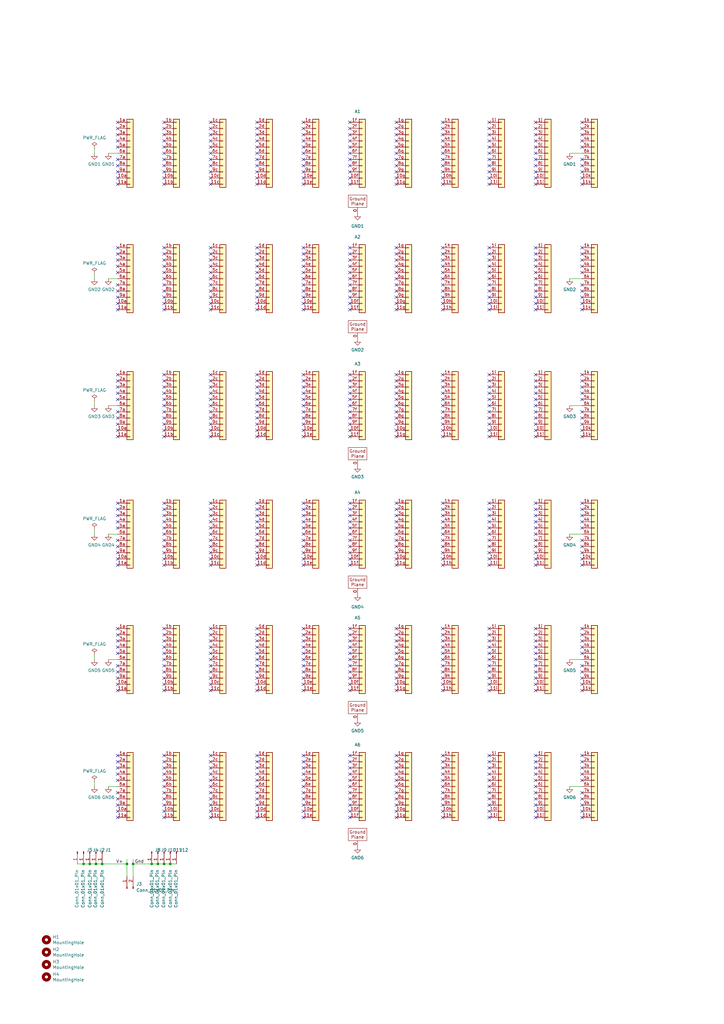
<source format=kicad_sch>
(kicad_sch (version 20231120) (generator "eeschema") (generator_version "8.0")
  (paper "A3" portrait)
  (lib_symbols
    (symbol "Conn_01x01_Pin_1" (pin_names (offset 1.016) hide)
      (property "Reference" "J" (at 0 2.54 0))
      (property "Value" "Conn_01x01_Pin" (at 0 -2.54 0))
      (symbol "Conn_01x01_Pin_1_1_1"
        (pin passive line (at 5.08 0 180) (length 3.81) (name "Pin_1") (number "1"))
      )
    )
    (symbol "Conn_01x01_Pin_2" (pin_names (offset 1.016) hide)
      (property "Reference" "J" (at 0 2.54 0))
      (property "Value" "Conn_01x01_Pin" (at 0 -2.54 0))
      (symbol "Conn_01x01_Pin_2_1_1"
        (pin passive line (at 5.08 0 180) (length 3.81) (name "Pin_1") (number "1"))
      )
    )
    (symbol "Conn_01x01_Pin_3" (pin_names (offset 1.016) hide)
      (property "Reference" "J" (at 0 2.54 0))
      (property "Value" "Conn_01x01_Pin" (at 0 -2.54 0))
      (symbol "Conn_01x01_Pin_3_1_1"
        (pin passive line (at 5.08 0 180) (length 3.81) (name "Pin_1") (number "1"))
      )
    )
    (symbol "Conn_01x01_Pin_4" (pin_names (offset 1.016) hide)
      (property "Reference" "J" (at 0 2.54 0))
      (property "Value" "Conn_01x01_Pin" (at 0 -2.54 0))
      (symbol "Conn_01x01_Pin_4_1_1"
        (pin passive line (at 5.08 0 180) (length 3.81) (name "Pin_1") (number "1"))
      )
    )
    (symbol "Conn_01x01_Pin_5" (pin_names (offset 1.016) hide)
      (property "Reference" "J" (at 0 2.54 0))
      (property "Value" "Conn_01x01_Pin" (at 0 -2.54 0))
      (symbol "Conn_01x01_Pin_5_1_1"
        (pin passive line (at 5.08 0 180) (length 3.81) (name "Pin_1") (number "1"))
      )
    )
    (symbol "Connector:Conn_01x01_Pin" (pin_names (offset 1.016) hide)
      (property "Reference" "J" (at 0 2.54 0))
      (property "Value" "Conn_01x01_Pin" (at 0 -2.54 0))
      (symbol "Conn_01x01_Pin_1_1"
        (pin passive line (at 5.08 0 180) (length 3.81) (name "Pin_1") (number "1"))
      )
    )
    (symbol "Connector:Conn_01x02_Pin" (pin_names (offset 1.016) hide)
      (property "Reference" "J" (at 0 2.54 0))
      (property "Value" "Conn_01x02_Pin" (at 0 -5.08 0))
      (symbol "Conn_01x02_Pin_1_1"
        (pin passive line (at 5.08 0 180) (length 3.81) (name "Pin_1") (number "1"))
        (pin passive line (at 5.08 -2.54 180) (length 3.81) (name "Pin_2") (number "2"))
      )
    )
    (symbol "Mechanical:MountingHole" (pin_names (offset 1.016))
      (property "Reference" "H" (at 0 5.08 0))
      (property "Value" "MountingHole" (at 0 3.175 0))
    )
    (symbol "RF_ProtoBoard:GND4" (power) (pin_names (offset 0))
      (property "Value" "GND4" (at 0 -3.81 0))
      (symbol "GND4_1_1"
        (pin power_in line (at 0 0 270) (length 0) hide (name "GND4") (number "1"))
      )
    )
    (symbol "RF_ProtoBoard:GND5" (power) (pin_names (offset 0))
      (property "Value" "GND5" (at 0 -3.81 0))
      (symbol "GND5_1_1"
        (pin power_in line (at 0 0 270) (length 0) hide (name "GND5") (number "1"))
      )
    )
    (symbol "RF_ProtoBoard:GND6" (power) (pin_names (offset 0))
      (property "Value" "GND6" (at 0 -3.81 0))
      (symbol "GND6_1_1"
        (pin power_in line (at 0 0 270) (length 0) hide (name "GND6") (number "1"))
      )
    )
    (symbol "RF_ProtoBoard:GndRing_RF_ProtoBoard_Module" (pin_names hide) (in_bom no)
      (property "Reference" "A" (at 0 -36.195 0))
      (symbol "GndRing_RF_ProtoBoard_Module_1_1"
        (text "Ground\nPlane" (at 0 -19.685 0) (effects (font (size 1.27 1.27))))
        (pin passive line (at 0 -24.765 90) (length 2.54) (name "Pin_Gnd") (number "0"))
        (pin passive line (at -98.425 -10.16 0) (length 3.81) (name "Pin_10a") (number "10a"))
        (pin passive line (at -79.375 -10.16 0) (length 3.81) (name "Pin_10b") (number "10b"))
        (pin passive line (at -60.325 -10.16 0) (length 3.81) (name "Pin_10c") (number "10c"))
        (pin passive line (at -41.275 -10.16 0) (length 3.81) (name "Pin_10d") (number "10d"))
        (pin passive line (at -22.225 -10.16 0) (length 3.81) (name "Pin_10e") (number "10e"))
        (pin passive line (at -3.175 -10.16 0) (length 3.81) (name "Pin_10f") (number "10f"))
        (pin passive line (at 15.875 -10.16 0) (length 3.81) (name "Pin_10g") (number "10g"))
        (pin passive line (at 34.925 -10.16 0) (length 3.81) (name "Pin_10h") (number "10h"))
        (pin passive line (at 53.975 -10.16 0) (length 3.81) (name "Pin_10i") (number "10i"))
        (pin passive line (at 73.025 -10.16 0) (length 3.81) (name "Pin_10j") (number "10j"))
        (pin passive line (at 92.075 -10.16 0) (length 3.81) (name "Pin_10k") (number "10k"))
        (pin passive line (at -98.425 -12.7 0) (length 3.81) (name "Pin_11a") (number "11a"))
        (pin passive line (at -79.375 -12.7 0) (length 3.81) (name "Pin_11b") (number "11b"))
        (pin passive line (at -60.325 -12.7 0) (length 3.81) (name "Pin_11c") (number "11c"))
        (pin passive line (at -41.275 -12.7 0) (length 3.81) (name "Pin_11d") (number "11d"))
        (pin passive line (at -22.225 -12.7 0) (length 3.81) (name "Pin_11e") (number "11e"))
        (pin passive line (at -3.175 -12.7 0) (length 3.81) (name "Pin_11f") (number "11f"))
        (pin passive line (at 15.875 -12.7 0) (length 3.81) (name "Pin_11g") (number "11g"))
        (pin passive line (at 34.925 -12.7 0) (length 3.81) (name "Pin_11h") (number "11h"))
        (pin passive line (at 53.975 -12.7 0) (length 3.81) (name "Pin_11i") (number "11i"))
        (pin passive line (at 73.025 -12.7 0) (length 3.81) (name "Pin_11j") (number "11j"))
        (pin passive line (at 92.075 -12.7 0) (length 3.81) (name "Pin_11k") (number "11k"))
        (pin passive line (at -98.425 12.7 0) (length 3.81) (name "Pin_1a") (number "1a"))
        (pin passive line (at -79.375 12.7 0) (length 3.81) (name "Pin_1b") (number "1b"))
        (pin passive line (at -60.325 12.7 0) (length 3.81) (name "Pin_1c") (number "1c"))
        (pin passive line (at -41.275 12.7 0) (length 3.81) (name "Pin_1d") (number "1d"))
        (pin passive line (at -22.225 12.7 0) (length 3.81) (name "Pin_1e") (number "1e"))
        (pin passive line (at -3.175 12.7 0) (length 3.81) (name "Pin_1f") (number "1f"))
        (pin passive line (at 15.875 12.7 0) (length 3.81) (name "Pin_1g") (number "1g"))
        (pin passive line (at 34.925 12.7 0) (length 3.81) (name "Pin_1h") (number "1h"))
        (pin passive line (at 53.975 12.7 0) (length 3.81) (name "Pin_1i") (number "1i"))
        (pin passive line (at 73.025 12.7 0) (length 3.81) (name "Pin_1j") (number "1j"))
        (pin passive line (at 92.075 12.7 0) (length 3.81) (name "Pin_1k") (number "1k"))
        (pin passive line (at -98.425 10.16 0) (length 3.81) (name "Pin_2a") (number "2a"))
        (pin passive line (at -79.375 10.16 0) (length 3.81) (name "Pin_2b") (number "2b"))
        (pin passive line (at -60.325 10.16 0) (length 3.81) (name "Pin_2c") (number "2c"))
        (pin passive line (at -41.275 10.16 0) (length 3.81) (name "Pin_2d") (number "2d"))
        (pin passive line (at -22.225 10.16 0) (length 3.81) (name "Pin_2e") (number "2e"))
        (pin passive line (at -3.175 10.16 0) (length 3.81) (name "Pin_2f") (number "2f"))
        (pin passive line (at 15.875 10.16 0) (length 3.81) (name "Pin_2g") (number "2g"))
        (pin passive line (at 34.925 10.16 0) (length 3.81) (name "Pin_2h") (number "2h"))
        (pin passive line (at 53.975 10.16 0) (length 3.81) (name "Pin_2i") (number "2i"))
        (pin passive line (at 73.025 10.16 0) (length 3.81) (name "Pin_2j") (number "2j"))
        (pin passive line (at 92.075 10.16 0) (length 3.81) (name "Pin_2k") (number "2k"))
        (pin passive line (at -98.425 7.62 0) (length 3.81) (name "Pin_3a") (number "3a"))
        (pin passive line (at -79.375 7.62 0) (length 3.81) (name "Pin_3b") (number "3b"))
        (pin passive line (at -60.325 7.62 0) (length 3.81) (name "Pin_3c") (number "3c"))
        (pin passive line (at -41.275 7.62 0) (length 3.81) (name "Pin_3d") (number "3d"))
        (pin passive line (at -22.225 7.62 0) (length 3.81) (name "Pin_3e") (number "3e"))
        (pin passive line (at -3.175 7.62 0) (length 3.81) (name "Pin_3f") (number "3f"))
        (pin passive line (at 15.875 7.62 0) (length 3.81) (name "Pin_3g") (number "3g"))
        (pin passive line (at 34.925 7.62 0) (length 3.81) (name "Pin_3h") (number "3h"))
        (pin passive line (at 53.975 7.62 0) (length 3.81) (name "Pin_3i") (number "3i"))
        (pin passive line (at 73.025 7.62 0) (length 3.81) (name "Pin_3j") (number "3j"))
        (pin passive line (at 92.075 7.62 0) (length 3.81) (name "Pin_3k") (number "3k"))
        (pin passive line (at -98.425 5.08 0) (length 3.81) (name "Pin_4a") (number "4a"))
        (pin passive line (at -79.375 5.08 0) (length 3.81) (name "Pin_4b") (number "4b"))
        (pin passive line (at -60.325 5.08 0) (length 3.81) (name "Pin_4c") (number "4c"))
        (pin passive line (at -41.275 5.08 0) (length 3.81) (name "Pin_4d") (number "4d"))
        (pin passive line (at -22.225 5.08 0) (length 3.81) (name "Pin_4e") (number "4e"))
        (pin passive line (at -3.175 5.08 0) (length 3.81) (name "Pin_4f") (number "4f"))
        (pin passive line (at 15.875 5.08 0) (length 3.81) (name "Pin_4g") (number "4g"))
        (pin passive line (at 34.925 5.08 0) (length 3.81) (name "Pin_4h") (number "4h"))
        (pin passive line (at 53.975 5.08 0) (length 3.81) (name "Pin_4i") (number "4i"))
        (pin passive line (at 73.025 5.08 0) (length 3.81) (name "Pin_4j") (number "4j"))
        (pin passive line (at 92.075 5.08 0) (length 3.81) (name "Pin_4k") (number "4k"))
        (pin passive line (at -98.425 2.54 0) (length 3.81) (name "Pin_5a") (number "5a"))
        (pin passive line (at -79.375 2.54 0) (length 3.81) (name "Pin_5b") (number "5b"))
        (pin passive line (at -60.325 2.54 0) (length 3.81) (name "Pin_5c") (number "5c"))
        (pin passive line (at -41.275 2.54 0) (length 3.81) (name "Pin_5d") (number "5d"))
        (pin passive line (at -22.225 2.54 0) (length 3.81) (name "Pin_5e") (number "5e"))
        (pin passive line (at -3.175 2.54 0) (length 3.81) (name "Pin_5f") (number "5f"))
        (pin passive line (at 15.875 2.54 0) (length 3.81) (name "Pin_5g") (number "5g"))
        (pin passive line (at 34.925 2.54 0) (length 3.81) (name "Pin_5h") (number "5h"))
        (pin passive line (at 53.975 2.54 0) (length 3.81) (name "Pin_5i") (number "5i"))
        (pin passive line (at 73.025 2.54 0) (length 3.81) (name "Pin_5j") (number "5j"))
        (pin passive line (at 92.075 2.54 0) (length 3.81) (name "Pin_5k") (number "5k"))
        (pin passive line (at -98.425 0 0) (length 3.81) (name "Pin_6a") (number "6a"))
        (pin passive line (at -79.375 0 0) (length 3.81) (name "Pin_6b") (number "6b"))
        (pin passive line (at -60.325 0 0) (length 3.81) (name "Pin_6c") (number "6c"))
        (pin passive line (at -41.275 0 0) (length 3.81) (name "Pin_6d") (number "6d"))
        (pin passive line (at -22.225 0 0) (length 3.81) (name "Pin_6e") (number "6e"))
        (pin passive line (at -3.175 0 0) (length 3.81) (name "Pin_6f") (number "6f"))
        (pin passive line (at 15.875 0 0) (length 3.81) (name "Pin_6g") (number "6g"))
        (pin passive line (at 34.925 0 0) (length 3.81) (name "Pin_6h") (number "6h"))
        (pin passive line (at 53.975 0 0) (length 3.81) (name "Pin_6i") (number "6i"))
        (pin passive line (at 73.025 0 0) (length 3.81) (name "Pin_6j") (number "6j"))
        (pin passive line (at 92.075 0 0) (length 3.81) (name "Pin_6k") (number "6k"))
        (pin passive line (at -98.425 -2.54 0) (length 3.81) (name "Pin_7a") (number "7a"))
        (pin passive line (at -79.375 -2.54 0) (length 3.81) (name "Pin_7b") (number "7b"))
        (pin passive line (at -60.325 -2.54 0) (length 3.81) (name "Pin_7c") (number "7c"))
        (pin passive line (at -41.275 -2.54 0) (length 3.81) (name "Pin_7d") (number "7d"))
        (pin passive line (at -22.225 -2.54 0) (length 3.81) (name "Pin_7e") (number "7e"))
        (pin passive line (at -3.175 -2.54 0) (length 3.81) (name "Pin_7f") (number "7f"))
        (pin passive line (at 15.875 -2.54 0) (length 3.81) (name "Pin_7g") (number "7g"))
        (pin passive line (at 34.925 -2.54 0) (length 3.81) (name "Pin_7h") (number "7h"))
        (pin passive line (at 53.975 -2.54 0) (length 3.81) (name "Pin_7i") (number "7i"))
        (pin passive line (at 73.025 -2.54 0) (length 3.81) (name "Pin_7j") (number "7j"))
        (pin passive line (at 92.075 -2.54 0) (length 3.81) (name "Pin_7k") (number "7k"))
        (pin passive line (at -98.425 -5.08 0) (length 3.81) (name "Pin_8a") (number "8a"))
        (pin passive line (at -79.375 -5.08 0) (length 3.81) (name "Pin_8b") (number "8b"))
        (pin passive line (at -60.325 -5.08 0) (length 3.81) (name "Pin_8c") (number "8c"))
        (pin passive line (at -41.275 -5.08 0) (length 3.81) (name "Pin_8d") (number "8d"))
        (pin passive line (at -22.225 -5.08 0) (length 3.81) (name "Pin_8e") (number "8e"))
        (pin passive line (at -3.175 -5.08 0) (length 3.81) (name "Pin_8f") (number "8f"))
        (pin passive line (at 15.875 -5.08 0) (length 3.81) (name "Pin_8g") (number "8g"))
        (pin passive line (at 34.925 -5.08 0) (length 3.81) (name "Pin_8h") (number "8h"))
        (pin passive line (at 53.975 -5.08 0) (length 3.81) (name "Pin_8i") (number "8i"))
        (pin passive line (at 73.025 -5.08 0) (length 3.81) (name "Pin_8j") (number "8j"))
        (pin passive line (at 92.075 -5.08 0) (length 3.81) (name "Pin_8k") (number "8k"))
        (pin passive line (at -98.425 -7.62 0) (length 3.81) (name "Pin_9a") (number "9a"))
        (pin passive line (at -79.375 -7.62 0) (length 3.81) (name "Pin_9b") (number "9b"))
        (pin passive line (at -60.325 -7.62 0) (length 3.81) (name "Pin_9c") (number "9c"))
        (pin passive line (at -41.275 -7.62 0) (length 3.81) (name "Pin_9d") (number "9d"))
        (pin passive line (at -22.225 -7.62 0) (length 3.81) (name "Pin_9e") (number "9e"))
        (pin passive line (at -3.175 -7.62 0) (length 3.81) (name "Pin_9f") (number "9f"))
        (pin passive line (at 15.875 -7.62 0) (length 3.81) (name "Pin_9g") (number "9g"))
        (pin passive line (at 34.925 -7.62 0) (length 3.81) (name "Pin_9h") (number "9h"))
        (pin passive line (at 53.975 -7.62 0) (length 3.81) (name "Pin_9i") (number "9i"))
        (pin passive line (at 73.025 -7.62 0) (length 3.81) (name "Pin_9j") (number "9j"))
        (pin passive line (at 92.075 -7.62 0) (length 3.81) (name "Pin_9k") (number "9k"))
      )
    )
    (symbol "power:GND1" (power) (pin_names (offset 0))
      (property "Value" "GND1" (at 0 -3.81 0))
      (symbol "GND1_1_1"
        (pin power_in line (at 0 0 270) (length 0) hide (name "GND1") (number "1"))
      )
    )
    (symbol "power:GND2" (power) (pin_names (offset 0))
      (property "Value" "GND2" (at 0 -3.81 0))
      (symbol "GND2_1_1"
        (pin power_in line (at 0 0 270) (length 0) hide (name "GND2") (number "1"))
      )
    )
    (symbol "power:GND3" (power) (pin_names (offset 0))
      (property "Value" "GND3" (at 0 -3.81 0))
      (symbol "GND3_1_1"
        (pin power_in line (at 0 0 270) (length 0) hide (name "GND3") (number "1"))
      )
    )
    (symbol "power:PWR_FLAG" (power) (pin_numbers hide) (pin_names (offset 0) hide)
      (property "Value" "PWR_FLAG" (at 0 3.81 0))
      (symbol "PWR_FLAG_0_0"
        (pin power_out line (at 0 0 90) (length 0) (name "pwr") (number "1"))
      )
    )
  )
  (junction (at 69.85 354.33))
  (junction (at 62.23 354.33))
  (junction (at 41.91 354.33))
  (junction (at 39.37 354.33))
  (junction (at 52.07 354.33))
  (junction (at 36.83 354.33))
  (junction (at 67.31 354.33))
  (junction (at 54.61 354.33))
  (junction (at 64.77 354.33))
  (junction (at 34.29 354.33))
  (no_connect (at 162.56 327.66))
  (no_connect (at 219.71 67.945))
  (no_connect (at 219.71 153.67))
  (no_connect (at 219.71 283.21))
  (no_connect (at 48.26 127))
  (no_connect (at 105.41 208.915))
  (no_connect (at 238.76 211.455))
  (no_connect (at 48.26 161.29))
  (no_connect (at 67.31 262.89))
  (no_connect (at 67.31 320.04))
  (no_connect (at 143.51 330.2))
  (no_connect (at 143.51 322.58))
  (no_connect (at 86.36 101.6))
  (no_connect (at 181.61 219.075))
  (no_connect (at 181.61 62.865))
  (no_connect (at 124.46 168.91))
  (no_connect (at 181.61 52.705))
  (no_connect (at 219.71 213.995))
  (no_connect (at 219.71 65.405))
  (no_connect (at 143.51 161.29))
  (no_connect (at 219.71 171.45))
  (no_connect (at 105.41 161.29))
  (no_connect (at 162.56 335.28))
  (no_connect (at 143.51 275.59))
  (no_connect (at 143.51 229.235))
  (no_connect (at 200.66 267.97))
  (no_connect (at 143.51 335.28))
  (no_connect (at 105.41 280.67))
  (no_connect (at 143.51 104.14))
  (no_connect (at 67.31 116.84))
  (no_connect (at 219.71 211.455))
  (no_connect (at 162.56 309.88))
  (no_connect (at 219.71 327.66))
  (no_connect (at 86.36 111.76))
  (no_connect (at 219.71 278.13))
  (no_connect (at 105.41 104.14))
  (no_connect (at 200.66 176.53))
  (no_connect (at 162.56 171.45))
  (no_connect (at 143.51 163.83))
  (no_connect (at 143.51 226.695))
  (no_connect (at 181.61 116.84))
  (no_connect (at 162.56 179.07))
  (no_connect (at 219.71 262.89))
  (no_connect (at 143.51 213.995))
  (no_connect (at 162.56 65.405))
  (no_connect (at 143.51 73.025))
  (no_connect (at 238.76 163.83))
  (no_connect (at 200.66 219.075))
  (no_connect (at 143.51 55.245))
  (no_connect (at 200.66 116.84))
  (no_connect (at 124.46 67.945))
  (no_connect (at 67.31 211.455))
  (no_connect (at 219.71 75.565))
  (no_connect (at 67.31 335.28))
  (no_connect (at 67.31 101.6))
  (no_connect (at 200.66 124.46))
  (no_connect (at 105.41 62.865))
  (no_connect (at 181.61 221.615))
  (no_connect (at 105.41 265.43))
  (no_connect (at 238.76 275.59))
  (no_connect (at 219.71 231.775))
  (no_connect (at 143.51 206.375))
  (no_connect (at 162.56 278.13))
  (no_connect (at 219.71 127))
  (no_connect (at 143.51 52.705))
  (no_connect (at 86.36 158.75))
  (no_connect (at 200.66 314.96))
  (no_connect (at 143.51 127))
  (no_connect (at 219.71 166.37))
  (no_connect (at 105.41 224.155))
  (no_connect (at 105.41 124.46))
  (no_connect (at 238.76 330.2))
  (no_connect (at 48.26 226.695))
  (no_connect (at 181.61 273.05))
  (no_connect (at 162.56 127))
  (no_connect (at 48.26 211.455))
  (no_connect (at 48.26 278.13))
  (no_connect (at 238.76 104.14))
  (no_connect (at 124.46 231.775))
  (no_connect (at 162.56 156.21))
  (no_connect (at 48.26 317.5))
  (no_connect (at 86.36 309.88))
  (no_connect (at 181.61 166.37))
  (no_connect (at 181.61 163.83))
  (no_connect (at 86.36 104.14))
  (no_connect (at 86.36 332.74))
  (no_connect (at 238.76 221.615))
  (no_connect (at 105.41 173.99))
  (no_connect (at 67.31 330.2))
  (no_connect (at 143.51 121.92))
  (no_connect (at 67.31 106.68))
  (no_connect (at 181.61 106.68))
  (no_connect (at 219.71 208.915))
  (no_connect (at 48.26 332.74))
  (no_connect (at 124.46 70.485))
  (no_connect (at 219.71 124.46))
  (no_connect (at 124.46 257.81))
  (no_connect (at 143.51 67.945))
  (no_connect (at 200.66 322.58))
  (no_connect (at 162.56 57.785))
  (no_connect (at 162.56 70.485))
  (no_connect (at 238.76 121.92))
  (no_connect (at 48.26 320.04))
  (no_connect (at 48.26 216.535))
  (no_connect (at 181.61 327.66))
  (no_connect (at 124.46 179.07))
  (no_connect (at 67.31 153.67))
  (no_connect (at 238.76 168.91))
  (no_connect (at 48.26 52.705))
  (no_connect (at 181.61 267.97))
  (no_connect (at 162.56 262.89))
  (no_connect (at 48.26 111.76))
  (no_connect (at 143.51 153.67))
  (no_connect (at 219.71 325.12))
  (no_connect (at 181.61 153.67))
  (no_connect (at 124.46 116.84))
  (no_connect (at 200.66 166.37))
  (no_connect (at 162.56 109.22))
  (no_connect (at 105.41 231.775))
  (no_connect (at 105.41 67.945))
  (no_connect (at 162.56 119.38))
  (no_connect (at 143.51 262.89))
  (no_connect (at 124.46 270.51))
  (no_connect (at 86.36 231.775))
  (no_connect (at 105.41 317.5))
  (no_connect (at 181.61 206.375))
  (no_connect (at 124.46 57.785))
  (no_connect (at 238.76 52.705))
  (no_connect (at 238.76 65.405))
  (no_connect (at 67.31 166.37))
  (no_connect (at 105.41 327.66))
  (no_connect (at 200.66 330.2))
  (no_connect (at 162.56 121.92))
  (no_connect (at 162.56 111.76))
  (no_connect (at 124.46 62.865))
  (no_connect (at 200.66 60.325))
  (no_connect (at 181.61 67.945))
  (no_connect (at 181.61 171.45))
  (no_connect (at 162.56 50.165))
  (no_connect (at 48.26 75.565))
  (no_connect (at 67.31 216.535))
  (no_connect (at 219.71 111.76))
  (no_connect (at 219.71 109.22))
  (no_connect (at 67.31 327.66))
  (no_connect (at 48.26 156.21))
  (no_connect (at 181.61 73.025))
  (no_connect (at 200.66 224.155))
  (no_connect (at 200.66 273.05))
  (no_connect (at 200.66 335.28))
  (no_connect (at 86.36 278.13))
  (no_connect (at 67.31 179.07))
  (no_connect (at 48.26 65.405))
  (no_connect (at 67.31 267.97))
  (no_connect (at 86.36 221.615))
  (no_connect (at 181.61 275.59))
  (no_connect (at 124.46 55.245))
  (no_connect (at 105.41 156.21))
  (no_connect (at 181.61 309.88))
  (no_connect (at 86.36 325.12))
  (no_connect (at 162.56 163.83))
  (no_connect (at 48.26 262.89))
  (no_connect (at 124.46 273.05))
  (no_connect (at 219.71 168.91))
  (no_connect (at 124.46 114.3))
  (no_connect (at 48.26 153.67))
  (no_connect (at 48.26 325.12))
  (no_connect (at 105.41 260.35))
  (no_connect (at 143.51 109.22))
  (no_connect (at 105.41 312.42))
  (no_connect (at 67.31 50.165))
  (no_connect (at 219.71 163.83))
  (no_connect (at 162.56 67.945))
  (no_connect (at 162.56 322.58))
  (no_connect (at 124.46 111.76))
  (no_connect (at 67.31 104.14))
  (no_connect (at 238.76 60.325))
  (no_connect (at 143.51 265.43))
  (no_connect (at 143.51 278.13))
  (no_connect (at 200.66 171.45))
  (no_connect (at 219.71 50.165))
  (no_connect (at 105.41 75.565))
  (no_connect (at 219.71 179.07))
  (no_connect (at 238.76 173.99))
  (no_connect (at 238.76 50.165))
  (no_connect (at 200.66 55.245))
  (no_connect (at 181.61 179.07))
  (no_connect (at 105.41 211.455))
  (no_connect (at 143.51 176.53))
  (no_connect (at 48.26 106.68))
  (no_connect (at 143.51 216.535))
  (no_connect (at 86.36 265.43))
  (no_connect (at 105.41 163.83))
  (no_connect (at 105.41 171.45))
  (no_connect (at 67.31 62.865))
  (no_connect (at 219.71 221.615))
  (no_connect (at 143.51 166.37))
  (no_connect (at 181.61 101.6))
  (no_connect (at 162.56 206.375))
  (no_connect (at 143.51 280.67))
  (no_connect (at 181.61 109.22))
  (no_connect (at 124.46 260.35))
  (no_connect (at 48.26 57.785))
  (no_connect (at 86.36 173.99))
  (no_connect (at 143.51 208.915))
  (no_connect (at 48.26 55.245))
  (no_connect (at 200.66 114.3))
  (no_connect (at 86.36 163.83))
  (no_connect (at 86.36 75.565))
  (no_connect (at 238.76 101.6))
  (no_connect (at 181.61 161.29))
  (no_connect (at 86.36 327.66))
  (no_connect (at 67.31 127))
  (no_connect (at 86.36 65.405))
  (no_connect (at 143.51 231.775))
  (no_connect (at 124.46 60.325))
  (no_connect (at 238.76 55.245))
  (no_connect (at 162.56 219.075))
  (no_connect (at 67.31 280.67))
  (no_connect (at 86.36 257.81))
  (no_connect (at 162.56 280.67))
  (no_connect (at 238.76 109.22))
  (no_connect (at 162.56 114.3))
  (no_connect (at 105.41 257.81))
  (no_connect (at 86.36 280.67))
  (no_connect (at 200.66 312.42))
  (no_connect (at 86.36 267.97))
  (no_connect (at 238.76 206.375))
  (no_connect (at 200.66 278.13))
  (no_connect (at 181.61 335.28))
  (no_connect (at 67.31 158.75))
  (no_connect (at 143.51 101.6))
  (no_connect (at 105.41 332.74))
  (no_connect (at 238.76 213.995))
  (no_connect (at 105.41 52.705))
  (no_connect (at 86.36 114.3))
  (no_connect (at 105.41 116.84))
  (no_connect (at 86.36 320.04))
  (no_connect (at 67.31 265.43))
  (no_connect (at 238.76 309.88))
  (no_connect (at 219.71 70.485))
  (no_connect (at 86.36 312.42))
  (no_connect (at 200.66 75.565))
  (no_connect (at 86.36 260.35))
  (no_connect (at 124.46 176.53))
  (no_connect (at 219.71 116.84))
  (no_connect (at 238.76 335.28))
  (no_connect (at 219.71 309.88))
  (no_connect (at 124.46 124.46))
  (no_connect (at 219.71 320.04))
  (no_connect (at 86.36 275.59))
  (no_connect (at 143.51 267.97))
  (no_connect (at 238.76 229.235))
  (no_connect (at 67.31 119.38))
  (no_connect (at 124.46 332.74))
  (no_connect (at 67.31 231.775))
  (no_connect (at 238.76 156.21))
  (no_connect (at 181.61 70.485))
  (no_connect (at 162.56 75.565))
  (no_connect (at 67.31 257.81))
  (no_connect (at 181.61 57.785))
  (no_connect (at 219.71 176.53))
  (no_connect (at 105.41 283.21))
  (no_connect (at 143.51 309.88))
  (no_connect (at 143.51 57.785))
  (no_connect (at 124.46 280.67))
  (no_connect (at 162.56 226.695))
  (no_connect (at 200.66 106.68))
  (no_connect (at 219.71 161.29))
  (no_connect (at 48.26 267.97))
  (no_connect (at 181.61 231.775))
  (no_connect (at 143.51 116.84))
  (no_connect (at 105.41 275.59))
  (no_connect (at 162.56 267.97))
  (no_connect (at 105.41 55.245))
  (no_connect (at 162.56 116.84))
  (no_connect (at 124.46 127))
  (no_connect (at 86.36 119.38))
  (no_connect (at 105.41 158.75))
  (no_connect (at 48.26 327.66))
  (no_connect (at 181.61 156.21))
  (no_connect (at 48.26 116.84))
  (no_connect (at 162.56 265.43))
  (no_connect (at 67.31 270.51))
  (no_connect (at 181.61 114.3))
  (no_connect (at 86.36 121.92))
  (no_connect (at 162.56 211.455))
  (no_connect (at 143.51 273.05))
  (no_connect (at 219.71 260.35))
  (no_connect (at 48.26 275.59))
  (no_connect (at 181.61 325.12))
  (no_connect (at 162.56 101.6))
  (no_connect (at 86.36 52.705))
  (no_connect (at 200.66 156.21))
  (no_connect (at 124.46 101.6))
  (no_connect (at 200.66 109.22))
  (no_connect (at 181.61 168.91))
  (no_connect (at 86.36 229.235))
  (no_connect (at 238.76 179.07))
  (no_connect (at 124.46 166.37))
  (no_connect (at 238.76 124.46))
  (no_connect (at 67.31 325.12))
  (no_connect (at 86.36 116.84))
  (no_connect (at 67.31 67.945))
  (no_connect (at 162.56 104.14))
  (no_connect (at 238.76 119.38))
  (no_connect (at 200.66 173.99))
  (no_connect (at 105.41 206.375))
  (no_connect (at 181.61 176.53))
  (no_connect (at 200.66 320.04))
  (no_connect (at 124.46 65.405))
  (no_connect (at 200.66 168.91))
  (no_connect (at 124.46 283.21))
  (no_connect (at 162.56 173.99))
  (no_connect (at 219.71 156.21))
  (no_connect (at 67.31 208.915))
  (no_connect (at 181.61 216.535))
  (no_connect (at 200.66 213.995))
  (no_connect (at 162.56 260.35))
  (no_connect (at 238.76 208.915))
  (no_connect (at 124.46 309.88))
  (no_connect (at 200.66 104.14))
  (no_connect (at 143.51 179.07))
  (no_connect (at 67.31 275.59))
  (no_connect (at 105.41 114.3))
  (no_connect (at 86.36 216.535))
  (no_connect (at 48.26 208.915))
  (no_connect (at 86.36 224.155))
  (no_connect (at 143.51 221.615))
  (no_connect (at 67.31 70.485))
  (no_connect (at 67.31 206.375))
  (no_connect (at 86.36 226.695))
  (no_connect (at 181.61 330.2))
  (no_connect (at 67.31 73.025))
  (no_connect (at 105.41 309.88))
  (no_connect (at 181.61 320.04))
  (no_connect (at 86.36 283.21))
  (no_connect (at 200.66 221.615))
  (no_connect (at 219.71 312.42))
  (no_connect (at 67.31 114.3))
  (no_connect (at 200.66 327.66))
  (no_connect (at 181.61 65.405))
  (no_connect (at 181.61 60.325))
  (no_connect (at 200.66 275.59))
  (no_connect (at 162.56 221.615))
  (no_connect (at 238.76 278.13))
  (no_connect (at 48.26 265.43))
  (no_connect (at 238.76 314.96))
  (no_connect (at 200.66 70.485))
  (no_connect (at 219.71 317.5))
  (no_connect (at 86.36 208.915))
  (no_connect (at 105.41 335.28))
  (no_connect (at 219.71 219.075))
  (no_connect (at 67.31 163.83))
  (no_connect (at 67.31 65.405))
  (no_connect (at 124.46 153.67))
  (no_connect (at 200.66 332.74))
  (no_connect (at 124.46 109.22))
  (no_connect (at 219.71 270.51))
  (no_connect (at 143.51 60.325))
  (no_connect (at 200.66 280.67))
  (no_connect (at 219.71 104.14))
  (no_connect (at 67.31 161.29))
  (no_connect (at 219.71 55.245))
  (no_connect (at 219.71 206.375))
  (no_connect (at 48.26 173.99))
  (no_connect (at 124.46 173.99))
  (no_connect (at 105.41 168.91))
  (no_connect (at 200.66 67.945))
  (no_connect (at 181.61 121.92))
  (no_connect (at 105.41 219.075))
  (no_connect (at 67.31 124.46))
  (no_connect (at 143.51 62.865))
  (no_connect (at 48.26 179.07))
  (no_connect (at 124.46 158.75))
  (no_connect (at 124.46 50.165))
  (no_connect (at 238.76 111.76))
  (no_connect (at 105.41 50.165))
  (no_connect (at 86.36 73.025))
  (no_connect (at 238.76 127))
  (no_connect (at 181.61 111.76))
  (no_connect (at 200.66 260.35))
  (no_connect (at 86.36 161.29))
  (no_connect (at 67.31 278.13))
  (no_connect (at 105.41 320.04))
  (no_connect (at 67.31 273.05))
  (no_connect (at 105.41 213.995))
  (no_connect (at 219.71 52.705))
  (no_connect (at 238.76 116.84))
  (no_connect (at 105.41 121.92))
  (no_connect (at 238.76 161.29))
  (no_connect (at 67.31 226.695))
  (no_connect (at 105.41 273.05))
  (no_connect (at 124.46 262.89))
  (no_connect (at 238.76 67.945))
  (no_connect (at 200.66 127))
  (no_connect (at 238.76 327.66))
  (no_connect (at 124.46 206.375))
  (no_connect (at 162.56 312.42))
  (no_connect (at 48.26 229.235))
  (no_connect (at 200.66 325.12))
  (no_connect (at 219.71 280.67))
  (no_connect (at 143.51 106.68))
  (no_connect (at 200.66 52.705))
  (no_connect (at 105.41 216.535))
  (no_connect (at 143.51 65.405))
  (no_connect (at 162.56 213.995))
  (no_connect (at 200.66 57.785))
  (no_connect (at 105.41 60.325))
  (no_connect (at 219.71 330.2))
  (no_connect (at 67.31 121.92))
  (no_connect (at 219.71 60.325))
  (no_connect (at 200.66 62.865))
  (no_connect (at 105.41 179.07))
  (no_connect (at 124.46 320.04))
  (no_connect (at 124.46 121.92))
  (no_connect (at 67.31 317.5))
  (no_connect (at 48.26 309.88))
  (no_connect (at 162.56 224.155))
  (no_connect (at 48.26 206.375))
  (no_connect (at 143.51 260.35))
  (no_connect (at 143.51 114.3))
  (no_connect (at 105.41 70.485))
  (no_connect (at 181.61 260.35))
  (no_connect (at 48.26 121.92))
  (no_connect (at 124.46 322.58))
  (no_connect (at 124.46 52.705))
  (no_connect (at 86.36 70.485))
  (no_connect (at 238.76 332.74))
  (no_connect (at 181.61 283.21))
  (no_connect (at 86.36 127))
  (no_connect (at 48.26 73.025))
  (no_connect (at 67.31 314.96))
  (no_connect (at 181.61 75.565))
  (no_connect (at 48.26 168.91))
  (no_connect (at 200.66 119.38))
  (no_connect (at 162.56 275.59))
  (no_connect (at 124.46 327.66))
  (no_connect (at 181.61 127))
  (no_connect (at 200.66 163.83))
  (no_connect (at 238.76 283.21))
  (no_connect (at 124.46 213.995))
  (no_connect (at 200.66 208.915))
  (no_connect (at 124.46 161.29))
  (no_connect (at 105.41 166.37))
  (no_connect (at 200.66 309.88))
  (no_connect (at 48.26 50.165))
  (no_connect (at 200.66 101.6))
  (no_connect (at 48.26 109.22))
  (no_connect (at 162.56 60.325))
  (no_connect (at 86.36 179.07))
  (no_connect (at 238.76 70.485))
  (no_connect (at 200.66 231.775))
  (no_connect (at 48.26 163.83))
  (no_connect (at 124.46 221.615))
  (no_connect (at 200.66 226.695))
  (no_connect (at 238.76 158.75))
  (no_connect (at 219.71 275.59))
  (no_connect (at 124.46 119.38))
  (no_connect (at 238.76 262.89))
  (no_connect (at 162.56 325.12))
  (no_connect (at 162.56 314.96))
  (no_connect (at 200.66 111.76))
  (no_connect (at 105.41 314.96))
  (no_connect (at 143.51 50.165))
  (no_connect (at 48.26 221.615))
  (no_connect (at 219.71 257.81))
  (no_connect (at 238.76 171.45))
  (no_connect (at 105.41 322.58))
  (no_connect (at 162.56 317.5))
  (no_connect (at 162.56 55.245))
  (no_connect (at 67.31 213.995))
  (no_connect (at 86.36 270.51))
  (no_connect (at 143.51 327.66))
  (no_connect (at 143.51 325.12))
  (no_connect (at 67.31 224.155))
  (no_connect (at 238.76 176.53))
  (no_connect (at 238.76 267.97))
  (no_connect (at 124.46 156.21))
  (no_connect (at 219.71 229.235))
  (no_connect (at 219.71 267.97))
  (no_connect (at 181.61 119.38))
  (no_connect (at 86.36 322.58))
  (no_connect (at 86.36 317.5))
  (no_connect (at 105.41 111.76))
  (no_connect (at 67.31 229.235))
  (no_connect (at 219.71 62.865))
  (no_connect (at 200.66 216.535))
  (no_connect (at 86.36 168.91))
  (no_connect (at 48.26 273.05))
  (no_connect (at 105.41 109.22))
  (no_connect (at 67.31 168.91))
  (no_connect (at 48.26 67.945))
  (no_connect (at 162.56 168.91))
  (no_connect (at 124.46 75.565))
  (no_connect (at 181.61 229.235))
  (no_connect (at 238.76 73.025))
  (no_connect (at 48.26 314.96))
  (no_connect (at 86.36 206.375))
  (no_connect (at 86.36 106.68))
  (no_connect (at 86.36 262.89))
  (no_connect (at 238.76 75.565))
  (no_connect (at 48.26 124.46))
  (no_connect (at 162.56 62.865))
  (no_connect (at 219.71 158.75))
  (no_connect (at 200.66 211.455))
  (no_connect (at 105.41 176.53))
  (no_connect (at 200.66 153.67))
  (no_connect (at 200.66 206.375))
  (no_connect (at 200.66 179.07))
  (no_connect (at 124.46 330.2))
  (no_connect (at 48.26 330.2))
  (no_connect (at 105.41 229.235))
  (no_connect (at 67.31 55.245))
  (no_connect (at 143.51 317.5))
  (no_connect (at 219.71 335.28))
  (no_connect (at 200.66 161.29))
  (no_connect (at 143.51 312.42))
  (no_connect (at 143.51 320.04))
  (no_connect (at 105.41 267.97))
  (no_connect (at 67.31 260.35))
  (no_connect (at 219.71 106.68))
  (no_connect (at 162.56 330.2))
  (no_connect (at 162.56 229.235))
  (no_connect (at 143.51 124.46))
  (no_connect (at 181.61 278.13))
  (no_connect (at 124.46 229.235))
  (no_connect (at 67.31 332.74))
  (no_connect (at 219.71 73.025))
  (no_connect (at 200.66 317.5))
  (no_connect (at 86.36 176.53))
  (no_connect (at 124.46 73.025))
  (no_connect (at 67.31 75.565))
  (no_connect (at 143.51 168.91))
  (no_connect (at 86.36 273.05))
  (no_connect (at 48.26 60.325))
  (no_connect (at 181.61 208.915))
  (no_connect (at 86.36 330.2))
  (no_connect (at 219.71 224.155))
  (no_connect (at 200.66 270.51))
  (no_connect (at 181.61 226.695))
  (no_connect (at 105.41 65.405))
  (no_connect (at 143.51 111.76))
  (no_connect (at 86.36 109.22))
  (no_connect (at 48.26 283.21))
  (no_connect (at 105.41 330.2))
  (no_connect (at 105.41 278.13))
  (no_connect (at 67.31 52.705))
  (no_connect (at 162.56 332.74))
  (no_connect (at 219.71 173.99))
  (no_connect (at 67.31 156.21))
  (no_connect (at 143.51 224.155))
  (no_connect (at 86.36 156.21))
  (no_connect (at 143.51 171.45))
  (no_connect (at 219.71 265.43))
  (no_connect (at 124.46 312.42))
  (no_connect (at 162.56 73.025))
  (no_connect (at 86.36 67.945))
  (no_connect (at 219.71 114.3))
  (no_connect (at 124.46 265.43))
  (no_connect (at 238.76 153.67))
  (no_connect (at 200.66 65.405))
  (no_connect (at 124.46 171.45))
  (no_connect (at 86.36 57.785))
  (no_connect (at 181.61 322.58))
  (no_connect (at 238.76 231.775))
  (no_connect (at 162.56 124.46))
  (no_connect (at 48.26 158.75))
  (no_connect (at 162.56 153.67))
  (no_connect (at 219.71 226.695))
  (no_connect (at 238.76 106.68))
  (no_connect (at 200.66 257.81))
  (no_connect (at 124.46 224.155))
  (no_connect (at 143.51 270.51))
  (no_connect (at 86.36 55.245))
  (no_connect (at 86.36 219.075))
  (no_connect (at 143.51 283.21))
  (no_connect (at 219.71 101.6))
  (no_connect (at 181.61 265.43))
  (no_connect (at 143.51 75.565))
  (no_connect (at 162.56 208.915))
  (no_connect (at 124.46 325.12))
  (no_connect (at 162.56 176.53))
  (no_connect (at 200.66 262.89))
  (no_connect (at 67.31 173.99))
  (no_connect (at 124.46 226.695))
  (no_connect (at 105.41 106.68))
  (no_connect (at 67.31 171.45))
  (no_connect (at 162.56 283.21))
  (no_connect (at 181.61 332.74))
  (no_connect (at 143.51 219.075))
  (no_connect (at 200.66 50.165))
  (no_connect (at 219.71 57.785))
  (no_connect (at 48.26 176.53))
  (no_connect (at 181.61 280.67))
  (no_connect (at 124.46 211.455))
  (no_connect (at 181.61 224.155))
  (no_connect (at 48.26 119.38))
  (no_connect (at 238.76 273.05))
  (no_connect (at 67.31 60.325))
  (no_connect (at 162.56 166.37))
  (no_connect (at 238.76 317.5))
  (no_connect (at 162.56 270.51))
  (no_connect (at 238.76 216.535))
  (no_connect (at 143.51 158.75))
  (no_connect (at 200.66 73.025))
  (no_connect (at 67.31 176.53))
  (no_connect (at 238.76 312.42))
  (no_connect (at 143.51 156.21))
  (no_connect (at 124.46 219.075))
  (no_connect (at 181.61 314.96))
  (no_connect (at 105.41 226.695))
  (no_connect (at 124.46 317.5))
  (no_connect (at 67.31 322.58))
  (no_connect (at 67.31 57.785))
  (no_connect (at 162.56 52.705))
  (no_connect (at 238.76 57.785))
  (no_connect (at 238.76 260.35))
  (no_connect (at 86.36 62.865))
  (no_connect (at 124.46 335.28))
  (no_connect (at 181.61 124.46))
  (no_connect (at 124.46 104.14))
  (no_connect (at 48.26 213.995))
  (no_connect (at 219.71 273.05))
  (no_connect (at 181.61 213.995))
  (no_connect (at 181.61 257.81))
  (no_connect (at 67.31 221.615))
  (no_connect (at 105.41 127))
  (no_connect (at 181.61 104.14))
  (no_connect (at 162.56 216.535))
  (no_connect (at 124.46 275.59))
  (no_connect (at 105.41 119.38))
  (no_connect (at 181.61 312.42))
  (no_connect (at 124.46 216.535))
  (no_connect (at 48.26 280.67))
  (no_connect (at 181.61 55.245))
  (no_connect (at 86.36 153.67))
  (no_connect (at 105.41 101.6))
  (no_connect (at 162.56 231.775))
  (no_connect (at 238.76 320.04))
  (no_connect (at 67.31 111.76))
  (no_connect (at 48.26 101.6))
  (no_connect (at 200.66 121.92))
  (no_connect (at 200.66 158.75))
  (no_connect (at 105.41 270.51))
  (no_connect (at 143.51 173.99))
  (no_connect (at 143.51 314.96))
  (no_connect (at 86.36 211.455))
  (no_connect (at 67.31 109.22))
  (no_connect (at 48.26 104.14))
  (no_connect (at 200.66 229.235))
  (no_connect (at 181.61 270.51))
  (no_connect (at 219.71 314.96))
  (no_connect (at 238.76 224.155))
  (no_connect (at 181.61 211.455))
  (no_connect (at 124.46 278.13))
  (no_connect (at 162.56 257.81))
  (no_connect (at 86.36 60.325))
  (no_connect (at 238.76 257.81))
  (no_connect (at 143.51 70.485))
  (no_connect (at 105.41 325.12))
  (no_connect (at 219.71 216.535))
  (no_connect (at 67.31 219.075))
  (no_connect (at 181.61 173.99))
  (no_connect (at 181.61 50.165))
  (no_connect (at 143.51 257.81))
  (no_connect (at 143.51 119.38))
  (no_connect (at 67.31 283.21))
  (no_connect (at 124.46 314.96))
  (no_connect (at 200.66 283.21))
  (no_connect (at 48.26 312.42))
  (no_connect (at 238.76 226.695))
  (no_connect (at 219.71 121.92))
  (no_connect (at 181.61 262.89))
  (no_connect (at 162.56 161.29))
  (no_connect (at 105.41 221.615))
  (no_connect (at 48.26 224.155))
  (no_connect (at 105.41 262.89))
  (no_connect (at 124.46 267.97))
  (no_connect (at 86.36 213.995))
  (no_connect (at 238.76 280.67))
  (no_connect (at 67.31 312.42))
  (no_connect (at 86.36 166.37))
  (no_connect (at 219.71 332.74))
  (no_connect (at 162.56 106.68))
  (no_connect (at 238.76 325.12))
  (no_connect (at 48.26 70.485))
  (no_connect (at 124.46 106.68))
  (no_connect (at 86.36 171.45))
  (no_connect (at 48.26 171.45))
  (no_connect (at 162.56 273.05))
  (no_connect (at 48.26 257.81))
  (no_connect (at 86.36 314.96))
  (no_connect (at 124.46 163.83))
  (no_connect (at 48.26 260.35))
  (no_connect (at 181.61 317.5))
  (no_connect (at 48.26 335.28))
  (no_connect (at 143.51 211.455))
  (no_connect (at 86.36 335.28))
  (no_connect (at 105.41 57.785))
  (no_connect (at 105.41 73.025))
  (no_connect (at 219.71 119.38))
  (no_connect (at 200.66 265.43))
  (no_connect (at 86.36 124.46))
  (no_connect (at 105.41 153.67))
  (no_connect (at 162.56 320.04))
  (no_connect (at 48.26 231.775))
  (no_connect (at 181.61 158.75))
  (no_connect (at 238.76 265.43))
  (no_connect (at 67.31 309.88))
  (no_connect (at 124.46 208.915))
  (no_connect (at 162.56 158.75))
  (no_connect (at 143.51 332.74))
  (no_connect (at 219.71 322.58))
  (no_connect (at 86.36 50.165))
  (wire (pts (xy 38.735 62.865) (xy 38.735 60.96)))
  (wire (pts (xy 54.61 354.33) (xy 54.61 359.41)))
  (wire (pts (xy 44.45 219.075) (xy 48.26 219.075)))
  (wire (pts (xy 36.83 354.33) (xy 39.37 354.33)))
  (wire (pts (xy 52.07 352.425) (xy 52.07 354.33)))
  (wire (pts (xy 31.75 354.33) (xy 34.29 354.33)))
  (wire (pts (xy 44.45 322.58) (xy 48.26 322.58)))
  (wire (pts (xy 69.85 354.33) (xy 67.31 354.33)))
  (wire (pts (xy 67.31 354.33) (xy 64.77 354.33)))
  (wire (pts (xy 34.29 354.33) (xy 36.83 354.33)))
  (wire (pts (xy 38.735 219.075) (xy 38.735 217.17)))
  (wire (pts (xy 41.91 354.33) (xy 52.07 354.33)))
  (wire (pts (xy 64.77 354.33) (xy 62.23 354.33)))
  (wire (pts (xy 44.45 166.37) (xy 48.26 166.37)))
  (wire (pts (xy 233.68 166.37) (xy 238.76 166.37)))
  (wire (pts (xy 38.735 164.465) (xy 38.735 166.37)))
  (wire (pts (xy 44.45 270.51) (xy 48.26 270.51)))
  (wire (pts (xy 233.68 322.58) (xy 238.76 322.58)))
  (wire (pts (xy 38.735 270.51) (xy 38.735 268.605)))
  (wire (pts (xy 44.45 62.865) (xy 48.26 62.865)))
  (wire (pts (xy 233.68 114.3) (xy 238.76 114.3)))
  (wire (pts (xy 44.45 114.3) (xy 48.26 114.3)))
  (wire (pts (xy 233.68 62.865) (xy 238.76 62.865)))
  (wire (pts (xy 52.07 354.33) (xy 52.07 359.41)))
  (wire (pts (xy 38.735 112.395) (xy 38.735 114.3)))
  (wire (pts (xy 39.37 354.33) (xy 41.91 354.33)))
  (wire (pts (xy 62.23 354.33) (xy 54.61 354.33)))
  (wire (pts (xy 38.735 322.58) (xy 38.735 320.675)))
  (wire (pts (xy 72.39 354.33) (xy 69.85 354.33)))
  (wire (pts (xy 233.68 219.075) (xy 238.76 219.075)))
  (wire (pts (xy 233.68 270.51) (xy 238.76 270.51)))
  (wire (pts (xy 54.61 352.425) (xy 54.61 354.33)))
  (label "Gnd" (at 59.055 354.33 180))
  (label "V+" (at 47.625 354.33 0))
  (symbol (lib_id "power:GND2") (at 233.68 114.3 0) (unit 1)
    (property "Reference" "#PWR020" (effects (hide yes)))
    (property "Value" "GND2" (at 233.68 118.745 0))
  )
  (symbol (lib_id "Mechanical:MountingHole") (at 19.05 385.445 0) (unit 1)
    (property "Reference" "H1" (at 21.59 384.302 0) (effects (justify left)))
    (property "Value" "MountingHole" (at 21.59 386.588 0) (effects (justify left)))
    (property "Footprint" "MountingHole:MountingHole_3.2mm_M3" (effects (hide yes)))
    (property "Field4" "nf" (effects (hide yes)))
    (property "Field5" "nf" (effects (hide yes)))
    (property "Field6" "nf" (effects (hide yes)))
    (property "Field7" "nf" (effects (hide yes)))
    (property "Part Description" "M2.5 mounting hole" (effects (hide yes)))
  )
  (symbol (lib_name "Conn_01x01_Pin_5") (lib_id "Connector:Conn_01x01_Pin") (at 39.37 349.25 270) (unit 1)
    (property "Reference" "J2" (at 40.64 348.6149 90) (effects (justify left)))
    (property "Value" "Conn_01x01_Pin" (at 39.116 356.616 0) (effects (justify left)))
    (property "Footprint" "Connector_Wire:SolderWire-0.75sqmm_1x01_D1.25mm_OD2.3mm" (effects (hide yes)))
    (property "Description" "Generic connector, single row, 01x01, script generated" (effects (hide yes)))
  )
  (symbol (lib_id "RF_ProtoBoard:GND4") (at 38.735 219.075 0) (unit 1)
    (property "Reference" "#PWR010" (effects (hide yes)))
    (property "Value" "GND4" (at 38.735 223.52 0))
  )
  (symbol (lib_id "RF_ProtoBoard:GND5") (at 233.68 270.51 0) (unit 1)
    (property "Reference" "#PWR023" (effects (hide yes)))
    (property "Value" "GND5" (at 233.68 274.955 0))
  )
  (symbol (lib_name "Conn_01x01_Pin_2") (lib_id "Connector:Conn_01x01_Pin") (at 67.31 349.25 270) (unit 1)
    (property "Reference" "J10" (at 68.58 348.6149 90) (effects (justify left)))
    (property "Value" "Conn_01x01_Pin" (at 67.056 356.616 0) (effects (justify left)))
    (property "Footprint" "Connector_Wire:SolderWire-0.75sqmm_1x01_D1.25mm_OD2.3mm" (effects (hide yes)))
    (property "Description" "Generic connector, single row, 01x01, script generated" (effects (hide yes)))
  )
  (symbol (lib_id "RF_ProtoBoard:GND4") (at 44.45 219.075 0) (unit 1)
    (property "Reference" "#PWR015" (effects (hide yes)))
    (property "Value" "GND4" (at 44.45 223.52 0))
  )
  (symbol (lib_id "Connector:Conn_01x01_Pin") (at 41.91 349.25 270) (unit 1)
    (property "Reference" "J1" (at 43.18 348.6149 90) (effects (justify left)))
    (property "Value" "Conn_01x01_Pin" (at 41.91 356.616 0) (effects (justify left)))
    (property "Footprint" "Connector_Wire:SolderWire-0.75sqmm_1x01_D1.25mm_OD2.3mm" (effects (hide yes)))
    (property "Description" "Generic connector, single row, 01x01, script generated" (effects (hide yes)))
  )
  (symbol (lib_id "Mechanical:MountingHole") (at 19.05 395.605 0) (unit 1)
    (property "Reference" "H3" (at 21.59 394.462 0) (effects (justify left)))
    (property "Value" "MountingHole" (at 21.59 396.748 0) (effects (justify left)))
    (property "Footprint" "MountingHole:MountingHole_3.2mm_M3" (effects (hide yes)))
    (property "Field4" "nf" (effects (hide yes)))
    (property "Field5" "nf" (effects (hide yes)))
    (property "Field6" "nf" (effects (hide yes)))
    (property "Field7" "nf" (effects (hide yes)))
    (property "Part Description" "M2.5 mounting hole" (effects (hide yes)))
  )
  (symbol (lib_name "Conn_01x01_Pin_3") (lib_id "Connector:Conn_01x01_Pin") (at 62.23 349.25 270) (unit 1)
    (property "Reference" "J8" (at 63.5 348.6149 90) (effects (justify left)))
    (property "Value" "Conn_01x01_Pin" (at 62.23 356.616 0) (effects (justify left)))
    (property "Footprint" "Connector_Wire:SolderWire-0.75sqmm_1x01_D1.25mm_OD2.3mm" (effects (hide yes)))
    (property "Description" "Generic connector, single row, 01x01, script generated" (effects (hide yes)))
  )
  (symbol (lib_id "power:GND1") (at 38.735 62.865 0) (unit 1)
    (property "Reference" "#PWR07" (effects (hide yes)))
    (property "Value" "GND1" (at 38.735 67.31 0))
  )
  (symbol (lib_name "Conn_01x01_Pin_4") (lib_id "Connector:Conn_01x01_Pin") (at 31.75 349.25 270) (unit 1)
    (property "Reference" "J6" (effects (hide yes)))
    (property "Value" "Conn_01x01_Pin" (at 31.496 356.616 0) (effects (justify left)))
    (property "Footprint" "Connector_Wire:SolderWire-0.75sqmm_1x01_D1.25mm_OD2.3mm" (effects (hide yes)))
    (property "Description" "Generic connector, single row, 01x01, script generated" (effects (hide yes)))
  )
  (symbol (lib_id "power:PWR_FLAG") (at 38.735 320.675 0) (unit 1)
    (property "Reference" "#FLG06" (effects (hide yes)))
    (property "Value" "PWR_FLAG" (at 38.735 316.23 0))
  )
  (symbol (lib_id "power:GND2") (at 44.45 114.3 0) (unit 1)
    (property "Reference" "#PWR017" (effects (hide yes)))
    (property "Value" "GND2" (at 44.45 118.745 0))
  )
  (symbol (lib_id "power:PWR_FLAG") (at 38.735 60.96 0) (unit 1)
    (property "Reference" "#FLG01" (effects (hide yes)))
    (property "Value" "PWR_FLAG" (at 38.735 56.515 0))
  )
  (symbol (lib_name "Conn_01x01_Pin_1") (lib_id "Connector:Conn_01x01_Pin") (at 36.83 349.25 270) (unit 1)
    (property "Reference" "J4" (at 38.1 348.6149 90) (effects (justify left)))
    (property "Value" "Conn_01x01_Pin" (at 36.83 356.616 0) (effects (justify left)))
    (property "Footprint" "Connector_Wire:SolderWire-0.75sqmm_1x01_D1.25mm_OD2.3mm" (effects (hide yes)))
    (property "Description" "Generic connector, single row, 01x01, script generated" (effects (hide yes)))
  )
  (symbol (lib_name "Conn_01x01_Pin_1") (lib_id "Connector:Conn_01x01_Pin") (at 69.85 349.25 270) (unit 1)
    (property "Reference" "J11" (at 71.12 348.6149 90) (effects (justify left)))
    (property "Value" "Conn_01x01_Pin" (at 69.85 356.616 0) (effects (justify left)))
    (property "Footprint" "Connector_Wire:SolderWire-0.75sqmm_1x01_D1.25mm_OD2.3mm" (effects (hide yes)))
    (property "Description" "Generic connector, single row, 01x01, script generated" (effects (hide yes)))
  )
  (symbol (lib_name "Conn_01x01_Pin_2") (lib_id "Connector:Conn_01x01_Pin") (at 34.29 349.25 270) (unit 1)
    (property "Reference" "J5" (at 35.56 348.6149 90) (effects (justify left)))
    (property "Value" "Conn_01x01_Pin" (at 34.036 356.616 0) (effects (justify left)))
    (property "Footprint" "Connector_Wire:SolderWire-0.75sqmm_1x01_D1.25mm_OD2.3mm" (effects (hide yes)))
    (property "Description" "Generic connector, single row, 01x01, script generated" (effects (hide yes)))
  )
  (symbol (lib_id "power:PWR_FLAG") (at 38.735 268.605 0) (unit 1)
    (property "Reference" "#FLG05" (effects (hide yes)))
    (property "Value" "PWR_FLAG" (at 38.735 264.16 0))
  )
  (symbol (lib_id "RF_ProtoBoard:GndRing_RF_ProtoBoard_Module") (at 146.685 270.51 0) (unit 1) (in_bom no)
    (property "Reference" "A5" (at 146.685 253.365 0))
    (property "Value" "GndRing_RF_ProtoBoard_Module" (effects (hide yes)))
    (property "Footprint" "RF_ProtoBoard:GndRing_RF_ProtoBoard_Module" (effects (hide yes)))
  )
  (symbol (lib_id "power:PWR_FLAG") (at 38.735 217.17 0) (unit 1)
    (property "Reference" "#FLG04" (effects (hide yes)))
    (property "Value" "PWR_FLAG" (at 38.735 212.725 0))
  )
  (symbol (lib_id "power:GND3") (at 38.735 166.37 0) (unit 1)
    (property "Reference" "#PWR09" (effects (hide yes)))
    (property "Value" "GND3" (at 38.735 170.815 0))
  )
  (symbol (lib_id "RF_ProtoBoard:GndRing_RF_ProtoBoard_Module") (at 146.685 166.37 0) (unit 1) (in_bom no)
    (property "Reference" "A3" (at 146.685 149.225 0))
    (property "Value" "GndRing_RF_ProtoBoard_Module" (effects (hide yes)))
    (property "Footprint" "RF_ProtoBoard:GndRing_RF_ProtoBoard_Module" (effects (hide yes)))
  )
  (symbol (lib_id "RF_ProtoBoard:GndRing_RF_ProtoBoard_Module") (at 146.685 114.3 0) (unit 1) (in_bom no)
    (property "Reference" "A2" (at 146.685 97.155 0))
    (property "Value" "GndRing_RF_ProtoBoard_Module" (effects (hide yes)))
    (property "Footprint" "RF_ProtoBoard:GndRing_RF_ProtoBoard_Module" (effects (hide yes)))
  )
  (symbol (lib_id "power:GND1") (at 146.685 87.63 0) (unit 1)
    (property "Reference" "#PWR01" (effects (hide yes)))
    (property "Value" "GND1" (at 146.685 92.71 0))
  )
  (symbol (lib_id "RF_ProtoBoard:GND6") (at 38.735 322.58 0) (unit 1)
    (property "Reference" "#PWR012" (effects (hide yes)))
    (property "Value" "GND6" (at 38.735 327.025 0))
  )
  (symbol (lib_id "RF_ProtoBoard:GND6") (at 44.45 322.58 0) (unit 1)
    (property "Reference" "#PWR013" (effects (hide yes)))
    (property "Value" "GND6" (at 44.45 327.025 0))
  )
  (symbol (lib_id "power:GND1") (at 44.45 62.865 0) (unit 1)
    (property "Reference" "#PWR018" (effects (hide yes)))
    (property "Value" "GND1" (at 44.45 67.31 0))
  )
  (symbol (lib_id "RF_ProtoBoard:GND5") (at 38.735 270.51 0) (unit 1)
    (property "Reference" "#PWR011" (effects (hide yes)))
    (property "Value" "GND5" (at 38.735 274.955 0))
  )
  (symbol (lib_id "RF_ProtoBoard:GND5") (at 44.45 270.51 0) (unit 1)
    (property "Reference" "#PWR014" (effects (hide yes)))
    (property "Value" "GND5" (at 44.45 274.955 0))
  )
  (symbol (lib_id "Connector:Conn_01x02_Pin") (at 52.07 364.49 90) (unit 1)
    (property "Reference" "J3" (at 55.88 362.5849 90) (effects (justify right)))
    (property "Value" "Conn_01x02_Pin" (at 55.88 365.1249 90) (effects (justify right)))
    (property "Footprint" "RF_ProtoBoard:CONN_SD-43650-001_02_MOL" (effects (hide yes)))
    (property "Description" "Generic connector, single row, 01x02, script generated" (effects (hide yes)))
  )
  (symbol (lib_id "RF_ProtoBoard:GND4") (at 146.685 243.84 0) (unit 1)
    (property "Reference" "#PWR04" (effects (hide yes)))
    (property "Value" "GND4" (at 146.685 248.92 0))
  )
  (symbol (lib_id "power:GND3") (at 233.68 166.37 0) (unit 1)
    (property "Reference" "#PWR021" (effects (hide yes)))
    (property "Value" "GND3" (at 233.68 170.815 0))
  )
  (symbol (lib_id "power:GND3") (at 44.45 166.37 0) (unit 1)
    (property "Reference" "#PWR016" (effects (hide yes)))
    (property "Value" "GND3" (at 44.45 170.815 0))
  )
  (symbol (lib_id "Mechanical:MountingHole") (at 19.05 400.685 0) (unit 1)
    (property "Reference" "H4" (at 21.59 399.542 0) (effects (justify left)))
    (property "Value" "MountingHole" (at 21.59 401.828 0) (effects (justify left)))
    (property "Footprint" "MountingHole:MountingHole_3.2mm_M3" (effects (hide yes)))
    (property "Field4" "nf" (effects (hide yes)))
    (property "Field5" "nf" (effects (hide yes)))
    (property "Field6" "nf" (effects (hide yes)))
    (property "Field7" "nf" (effects (hide yes)))
    (property "Part Description" "M2.5 mounting hole" (effects (hide yes)))
  )
  (symbol (lib_id "RF_ProtoBoard:GND4") (at 233.68 219.075 0) (unit 1)
    (property "Reference" "#PWR022" (effects (hide yes)))
    (property "Value" "GND4" (at 233.68 223.52 0))
  )
  (symbol (lib_id "power:GND3") (at 146.685 191.135 0) (unit 1)
    (property "Reference" "#PWR03" (effects (hide yes)))
    (property "Value" "GND3" (at 146.685 195.58 0))
  )
  (symbol (lib_id "power:GND1") (at 233.68 62.865 0) (unit 1)
    (property "Reference" "#PWR019" (effects (hide yes)))
    (property "Value" "GND1" (at 233.68 67.31 0))
  )
  (symbol (lib_id "RF_ProtoBoard:GND6") (at 146.685 347.345 0) (unit 1)
    (property "Reference" "#PWR06" (effects (hide yes)))
    (property "Value" "GND6" (at 146.685 351.79 0))
  )
  (symbol (lib_id "power:PWR_FLAG") (at 38.735 164.465 0) (unit 1)
    (property "Reference" "#FLG03" (effects (hide yes)))
    (property "Value" "PWR_FLAG" (at 38.735 160.02 0))
  )
  (symbol (lib_name "Conn_01x01_Pin_4") (lib_id "Connector:Conn_01x01_Pin") (at 64.77 349.25 270) (unit 1)
    (property "Reference" "J9" (at 66.04 348.6149 90) (effects (justify left)))
    (property "Value" "Conn_01x01_Pin" (at 64.516 356.616 0) (effects (justify left)))
    (property "Footprint" "Connector_Wire:SolderWire-0.75sqmm_1x01_D1.25mm_OD2.3mm" (effects (hide yes)))
    (property "Description" "Generic connector, single row, 01x01, script generated" (effects (hide yes)))
  )
  (symbol (lib_id "Mechanical:MountingHole") (at 19.05 390.525 0) (unit 1)
    (property "Reference" "H2" (at 21.59 389.382 0) (effects (justify left)))
    (property "Value" "MountingHole" (at 21.59 391.668 0) (effects (justify left)))
    (property "Footprint" "MountingHole:MountingHole_3.2mm_M3" (effects (hide yes)))
    (property "Field4" "nf" (effects (hide yes)))
    (property "Field5" "nf" (effects (hide yes)))
    (property "Field6" "nf" (effects (hide yes)))
    (property "Field7" "nf" (effects (hide yes)))
    (property "Part Description" "M2.5 mounting hole" (effects (hide yes)))
  )
  (symbol (lib_id "RF_ProtoBoard:GndRing_RF_ProtoBoard_Module") (at 146.685 219.075 0) (unit 1) (in_bom no)
    (property "Reference" "A4" (at 146.685 201.93 0))
    (property "Value" "GndRing_RF_ProtoBoard_Module" (effects (hide yes)))
    (property "Footprint" "RF_ProtoBoard:GndRing_RF_ProtoBoard_Module" (effects (hide yes)))
  )
  (symbol (lib_id "power:GND2") (at 146.685 139.065 0) (unit 1)
    (property "Reference" "#PWR02" (effects (hide yes)))
    (property "Value" "GND2" (at 146.685 143.51 0))
  )
  (symbol (lib_id "RF_ProtoBoard:GND6") (at 233.68 322.58 0) (unit 1)
    (property "Reference" "#PWR024" (effects (hide yes)))
    (property "Value" "GND6" (at 233.68 327.025 0))
  )
  (symbol (lib_name "Conn_01x01_Pin_5") (lib_id "Connector:Conn_01x01_Pin") (at 72.39 349.25 270) (unit 1)
    (property "Reference" "J12" (at 73.66 348.6149 90) (effects (justify left)))
    (property "Value" "Conn_01x01_Pin" (at 72.136 356.616 0) (effects (justify left)))
    (property "Footprint" "Connector_Wire:SolderWire-0.75sqmm_1x01_D1.25mm_OD2.3mm" (effects (hide yes)))
    (property "Description" "Generic connector, single row, 01x01, script generated" (effects (hide yes)))
  )
  (symbol (lib_id "power:PWR_FLAG") (at 38.735 112.395 0) (unit 1)
    (property "Reference" "#FLG02" (effects (hide yes)))
    (property "Value" "PWR_FLAG" (at 38.735 107.95 0))
  )
  (symbol (lib_id "RF_ProtoBoard:GndRing_RF_ProtoBoard_Module") (at 146.685 322.58 0) (unit 1) (in_bom no)
    (property "Reference" "A6" (at 146.685 305.435 0))
    (property "Value" "GndRing_RF_ProtoBoard_Module" (effects (hide yes)))
    (property "Footprint" "RF_ProtoBoard:GndRing_RF_ProtoBoard_Module" (effects (hide yes)))
  )
  (symbol (lib_id "RF_ProtoBoard:GND5") (at 146.685 295.275 0) (unit 1)
    (property "Reference" "#PWR05" (effects (hide yes)))
    (property "Value" "GND5" (at 146.685 299.72 0))
  )
  (symbol (lib_id "RF_ProtoBoard:GndRing_RF_ProtoBoard_Module") (at 146.685 62.865 0) (unit 1) (in_bom no)
    (property "Reference" "A1" (at 146.685 45.72 0))
    (property "Value" "GndRing_RF_ProtoBoard_Module" (effects (hide yes)))
    (property "Footprint" "RF_ProtoBoard:GndRing_RF_ProtoBoard_Module" (effects (hide yes)))
  )
  (symbol (lib_id "power:GND2") (at 38.735 114.3 0) (unit 1)
    (property "Reference" "#PWR08" (effects (hide yes)))
    (property "Value" "GND2" (at 38.735 118.745 0))
  )
)
</source>
